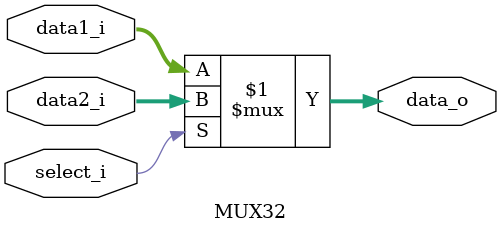
<source format=v>
module MUX32(
           data1_i,
           data2_i,
           select_i,
           data_o
       );

input [31: 0] data1_i, data2_i;
input select_i;
output [31: 0] data_o;

assign data_o = select_i ? data2_i : data1_i;

endmodule

</source>
